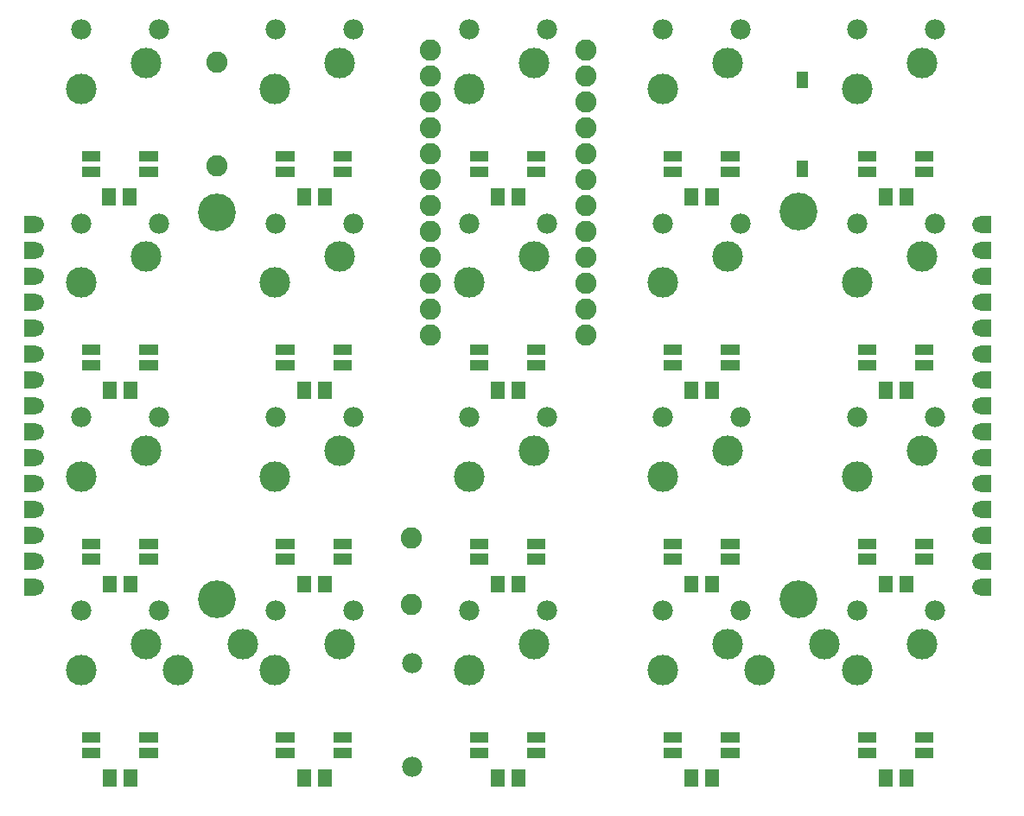
<source format=gbs>
G04 Layer: BottomSolderMaskLayer*
G04 EasyEDA v6.5.9, 2022-07-27 19:44:39*
G04 76ed2510ce1c47f1be3c58ea14bf5d85,facc937cdf584d0a9360c289f8e84b41,10*
G04 Gerber Generator version 0.2*
G04 Scale: 100 percent, Rotated: No, Reflected: No *
G04 Dimensions in millimeters *
G04 leading zeros omitted , absolute positions ,4 integer and 5 decimal *
%FSLAX45Y45*%
%MOMM*%

%ADD10C,1.6764*%
%ADD11C,1.9812*%
%ADD12C,2.0828*%
%ADD13C,2.0836*%
%ADD14C,3.0032*%
%ADD15C,2.0832*%
%ADD16C,3.0040*%
%ADD17C,3.7032*%
%ADD18C,0.0113*%

%LPD*%
G36*
X-9719310Y-6174486D02*
G01*
X-9719310Y-6006845D01*
X-9609328Y-6006845D01*
X-9609328Y-6174486D01*
G37*
G36*
X-9719310Y-5920486D02*
G01*
X-9719310Y-5752845D01*
X-9609328Y-5752845D01*
X-9609328Y-5920486D01*
G37*
G36*
X-9719310Y-5666486D02*
G01*
X-9719310Y-5498845D01*
X-9609328Y-5498845D01*
X-9609328Y-5666486D01*
G37*
G36*
X-9719310Y-6428486D02*
G01*
X-9719310Y-6260845D01*
X-9609328Y-6260845D01*
X-9609328Y-6428486D01*
G37*
G36*
X-9719310Y-5158486D02*
G01*
X-9719310Y-4990845D01*
X-9609328Y-4990845D01*
X-9609328Y-5158486D01*
G37*
G36*
X-9719310Y-5412486D02*
G01*
X-9719310Y-5244845D01*
X-9609328Y-5244845D01*
X-9609328Y-5412486D01*
G37*
G36*
X-9719563Y-4142486D02*
G01*
X-9719563Y-3974845D01*
X-9609328Y-3974845D01*
X-9609328Y-4142486D01*
G37*
G36*
X-9719563Y-4396486D02*
G01*
X-9719563Y-4228845D01*
X-9609328Y-4228845D01*
X-9609328Y-4396486D01*
G37*
G36*
X-9719563Y-4650486D02*
G01*
X-9719563Y-4482845D01*
X-9609328Y-4482845D01*
X-9609328Y-4650486D01*
G37*
G36*
X-9719563Y-4904486D02*
G01*
X-9719563Y-4736845D01*
X-9609328Y-4736845D01*
X-9609328Y-4904486D01*
G37*
G36*
X-9719310Y-3126486D02*
G01*
X-9719310Y-2958845D01*
X-9609328Y-2958845D01*
X-9609328Y-3126486D01*
G37*
G36*
X-9719310Y-3380486D02*
G01*
X-9719310Y-3212845D01*
X-9609328Y-3212845D01*
X-9609328Y-3380486D01*
G37*
G36*
X-9719310Y-3634486D02*
G01*
X-9719310Y-3466845D01*
X-9609328Y-3466845D01*
X-9609328Y-3634486D01*
G37*
G36*
X-9719310Y-3888486D02*
G01*
X-9719310Y-3720845D01*
X-9609328Y-3720845D01*
X-9609328Y-3888486D01*
G37*
G36*
X-9719310Y-2872486D02*
G01*
X-9719310Y-2704845D01*
X-9609328Y-2704845D01*
X-9609328Y-2872486D01*
G37*
D10*
G01*
X-9613519Y-6090665D03*
G01*
X-9613544Y-2788665D03*
G01*
X-9613544Y-3042665D03*
G01*
X-9613544Y-3296665D03*
G01*
X-9613544Y-3550665D03*
G01*
X-9613544Y-3804665D03*
G01*
X-9613544Y-4058640D03*
G01*
X-9613544Y-4312640D03*
G01*
X-9613544Y-4566640D03*
G01*
X-9613544Y-4820640D03*
G01*
X-9613519Y-5074665D03*
G01*
X-9613519Y-5328665D03*
G01*
X-9613519Y-5582665D03*
G01*
X-9613519Y-5836665D03*
G01*
X-9613544Y-6344665D03*
G36*
X-357378Y-3126994D02*
G01*
X-357378Y-2959354D01*
X-247142Y-2959354D01*
X-247142Y-3126994D01*
G37*
G36*
X-357378Y-3380994D02*
G01*
X-357378Y-3213354D01*
X-247142Y-3213354D01*
X-247142Y-3380994D01*
G37*
G36*
X-357378Y-3634994D02*
G01*
X-357378Y-3467354D01*
X-247142Y-3467354D01*
X-247142Y-3634994D01*
G37*
G36*
X-357378Y-2872994D02*
G01*
X-357378Y-2705354D01*
X-247142Y-2705354D01*
X-247142Y-2872994D01*
G37*
G36*
X-357378Y-4142994D02*
G01*
X-357378Y-3975354D01*
X-247142Y-3975354D01*
X-247142Y-4142994D01*
G37*
G36*
X-357378Y-3888994D02*
G01*
X-357378Y-3721354D01*
X-247142Y-3721354D01*
X-247142Y-3888994D01*
G37*
G36*
X-357378Y-5158994D02*
G01*
X-357378Y-4991607D01*
X-247142Y-4991607D01*
X-247142Y-5158994D01*
G37*
G36*
X-357378Y-4905247D02*
G01*
X-357378Y-4737607D01*
X-247142Y-4737607D01*
X-247142Y-4905247D01*
G37*
G36*
X-357378Y-4651247D02*
G01*
X-357378Y-4483607D01*
X-247142Y-4483607D01*
X-247142Y-4651247D01*
G37*
G36*
X-357378Y-4397247D02*
G01*
X-357378Y-4229607D01*
X-247142Y-4229607D01*
X-247142Y-4397247D01*
G37*
G36*
X-357378Y-6174994D02*
G01*
X-357378Y-6007354D01*
X-247142Y-6007354D01*
X-247142Y-6174994D01*
G37*
G36*
X-357378Y-5920994D02*
G01*
X-357378Y-5753354D01*
X-247142Y-5753354D01*
X-247142Y-5920994D01*
G37*
G36*
X-357378Y-5666994D02*
G01*
X-357378Y-5499354D01*
X-247142Y-5499354D01*
X-247142Y-5666994D01*
G37*
G36*
X-357378Y-5412994D02*
G01*
X-357378Y-5245354D01*
X-247142Y-5245354D01*
X-247142Y-5412994D01*
G37*
G36*
X-357378Y-6428994D02*
G01*
X-357378Y-6261354D01*
X-247142Y-6261354D01*
X-247142Y-6428994D01*
G37*
G01*
X-353034Y-6345275D03*
G01*
X-353034Y-6091275D03*
G01*
X-353034Y-5837275D03*
G01*
X-353034Y-5583275D03*
G01*
X-353034Y-5329275D03*
G01*
X-353034Y-5075301D03*
G01*
X-353034Y-4821301D03*
G01*
X-353034Y-4567301D03*
G01*
X-353034Y-4313301D03*
G01*
X-353060Y-4059275D03*
G01*
X-353060Y-3805275D03*
G01*
X-353060Y-3551275D03*
G01*
X-353060Y-3297275D03*
G01*
X-353060Y-3043275D03*
G01*
X-353034Y-2789275D03*
D11*
G01*
X-5924042Y-7088886D03*
G01*
X-5924042Y-8104886D03*
G36*
X-8958071Y-2599689D02*
G01*
X-8958071Y-2434336D01*
X-8821928Y-2434336D01*
X-8821928Y-2599689D01*
G37*
G36*
X-8754871Y-2599689D02*
G01*
X-8754871Y-2434336D01*
X-8618728Y-2434336D01*
X-8618728Y-2599689D01*
G37*
G36*
X-7049770Y-2599689D02*
G01*
X-7049770Y-2434336D01*
X-6913371Y-2434336D01*
X-6913371Y-2599689D01*
G37*
G36*
X-6846570Y-2599689D02*
G01*
X-6846570Y-2434336D01*
X-6710171Y-2434336D01*
X-6710171Y-2599689D01*
G37*
G36*
X-5149850Y-2599689D02*
G01*
X-5149850Y-2434336D01*
X-5013452Y-2434336D01*
X-5013452Y-2599689D01*
G37*
G36*
X-4946650Y-2599689D02*
G01*
X-4946650Y-2434336D01*
X-4810252Y-2434336D01*
X-4810252Y-2599689D01*
G37*
G36*
X-3249676Y-2599689D02*
G01*
X-3249676Y-2434336D01*
X-3113531Y-2434336D01*
X-3113531Y-2599689D01*
G37*
G36*
X-3046476Y-2599689D02*
G01*
X-3046476Y-2434336D01*
X-2910331Y-2434336D01*
X-2910331Y-2599689D01*
G37*
G36*
X-1349755Y-2599689D02*
G01*
X-1349755Y-2434336D01*
X-1213357Y-2434336D01*
X-1213357Y-2599689D01*
G37*
G36*
X-1146555Y-2599689D02*
G01*
X-1146555Y-2434336D01*
X-1010157Y-2434336D01*
X-1010157Y-2599689D01*
G37*
G36*
X-1349755Y-4499610D02*
G01*
X-1349755Y-4334255D01*
X-1213357Y-4334255D01*
X-1213357Y-4499610D01*
G37*
G36*
X-1146555Y-4499610D02*
G01*
X-1146555Y-4334255D01*
X-1010157Y-4334255D01*
X-1010157Y-4499610D01*
G37*
G36*
X-3249676Y-4499610D02*
G01*
X-3249676Y-4334255D01*
X-3113531Y-4334255D01*
X-3113531Y-4499610D01*
G37*
G36*
X-3046476Y-4499610D02*
G01*
X-3046476Y-4334255D01*
X-2910331Y-4334255D01*
X-2910331Y-4499610D01*
G37*
G36*
X-5149850Y-4499610D02*
G01*
X-5149850Y-4334255D01*
X-5013452Y-4334255D01*
X-5013452Y-4499610D01*
G37*
G36*
X-4946650Y-4499610D02*
G01*
X-4946650Y-4334255D01*
X-4810252Y-4334255D01*
X-4810252Y-4499610D01*
G37*
G36*
X-7048245Y-4499610D02*
G01*
X-7048245Y-4334255D01*
X-6911847Y-4334255D01*
X-6911847Y-4499610D01*
G37*
G36*
X-6845045Y-4499610D02*
G01*
X-6845045Y-4334255D01*
X-6708647Y-4334255D01*
X-6708647Y-4499610D01*
G37*
G36*
X-8949689Y-4499610D02*
G01*
X-8949689Y-4334255D01*
X-8813545Y-4334255D01*
X-8813545Y-4499610D01*
G37*
G36*
X-8746489Y-4499610D02*
G01*
X-8746489Y-4334255D01*
X-8610345Y-4334255D01*
X-8610345Y-4499610D01*
G37*
G36*
X-1349755Y-6399529D02*
G01*
X-1349755Y-6234429D01*
X-1213357Y-6234429D01*
X-1213357Y-6399529D01*
G37*
G36*
X-1146555Y-6399529D02*
G01*
X-1146555Y-6234429D01*
X-1010157Y-6234429D01*
X-1010157Y-6399529D01*
G37*
G36*
X-3249676Y-6399529D02*
G01*
X-3249676Y-6234429D01*
X-3113531Y-6234429D01*
X-3113531Y-6399529D01*
G37*
G36*
X-3046476Y-6399529D02*
G01*
X-3046476Y-6234429D01*
X-2910331Y-6234429D01*
X-2910331Y-6399529D01*
G37*
G36*
X-5149850Y-6399529D02*
G01*
X-5149850Y-6234429D01*
X-5013452Y-6234429D01*
X-5013452Y-6399529D01*
G37*
G36*
X-4946650Y-6399529D02*
G01*
X-4946650Y-6234429D01*
X-4810252Y-6234429D01*
X-4810252Y-6399529D01*
G37*
G36*
X-7049770Y-6399529D02*
G01*
X-7049770Y-6234429D01*
X-6913371Y-6234429D01*
X-6913371Y-6399529D01*
G37*
G36*
X-6846570Y-6399529D02*
G01*
X-6846570Y-6234429D01*
X-6710171Y-6234429D01*
X-6710171Y-6399529D01*
G37*
G36*
X-8949689Y-6399529D02*
G01*
X-8949689Y-6234429D01*
X-8813545Y-6234429D01*
X-8813545Y-6399529D01*
G37*
G36*
X-8746489Y-6399529D02*
G01*
X-8746489Y-6234429D01*
X-8610345Y-6234429D01*
X-8610345Y-6399529D01*
G37*
G36*
X-1349755Y-8299704D02*
G01*
X-1349755Y-8134350D01*
X-1213357Y-8134350D01*
X-1213357Y-8299704D01*
G37*
G36*
X-1146555Y-8299704D02*
G01*
X-1146555Y-8134350D01*
X-1010157Y-8134350D01*
X-1010157Y-8299704D01*
G37*
G36*
X-3249676Y-8299704D02*
G01*
X-3249676Y-8134350D01*
X-3113531Y-8134350D01*
X-3113531Y-8299704D01*
G37*
G36*
X-3046476Y-8299704D02*
G01*
X-3046476Y-8134350D01*
X-2910331Y-8134350D01*
X-2910331Y-8299704D01*
G37*
G36*
X-5149850Y-8299704D02*
G01*
X-5149850Y-8134350D01*
X-5013452Y-8134350D01*
X-5013452Y-8299704D01*
G37*
G36*
X-4946650Y-8299704D02*
G01*
X-4946650Y-8134350D01*
X-4810252Y-8134350D01*
X-4810252Y-8299704D01*
G37*
G36*
X-7049770Y-8299704D02*
G01*
X-7049770Y-8134350D01*
X-6913371Y-8134350D01*
X-6913371Y-8299704D01*
G37*
G36*
X-6846570Y-8299704D02*
G01*
X-6846570Y-8134350D01*
X-6710171Y-8134350D01*
X-6710171Y-8299704D01*
G37*
G36*
X-8949689Y-8299704D02*
G01*
X-8949689Y-8134350D01*
X-8813545Y-8134350D01*
X-8813545Y-8299704D01*
G37*
G36*
X-8746489Y-8299704D02*
G01*
X-8746489Y-8134350D01*
X-8610345Y-8134350D01*
X-8610345Y-8299704D01*
G37*
D12*
G01*
X-7829981Y-1199006D03*
G01*
X-7829981Y-2215006D03*
G36*
X-2155952Y-1451355D02*
G01*
X-2155952Y-1288795D01*
X-2044192Y-1288795D01*
X-2044192Y-1451355D01*
G37*
G36*
X-2155952Y-2326386D02*
G01*
X-2155952Y-2163826D01*
X-2044192Y-2163826D01*
X-2044192Y-2326386D01*
G37*
D13*
G01*
X-5742000Y-3873982D03*
G01*
X-5742000Y-3619982D03*
G01*
X-5742000Y-3365982D03*
G01*
X-5742000Y-3111982D03*
G01*
X-5742000Y-2857982D03*
G01*
X-5742000Y-2603982D03*
G01*
X-5742000Y-2349982D03*
G01*
X-5742000Y-2095982D03*
G01*
X-5742000Y-1841982D03*
G01*
X-5742000Y-1587982D03*
G01*
X-5742000Y-1333982D03*
G01*
X-5742000Y-1079982D03*
G01*
X-4218000Y-1079982D03*
G01*
X-4218000Y-1333982D03*
G01*
X-4218000Y-1587982D03*
G01*
X-4218000Y-1841982D03*
G01*
X-4218000Y-2095982D03*
G01*
X-4218000Y-2349982D03*
G01*
X-4218000Y-2603982D03*
G01*
X-4218000Y-2857982D03*
G01*
X-4218000Y-3111982D03*
G01*
X-4218000Y-3365982D03*
G01*
X-4218000Y-3619982D03*
G01*
X-4218000Y-3873982D03*
D11*
G01*
X-9159976Y-876985D03*
G01*
X-8397976Y-876985D03*
G01*
X-3461004Y-877011D03*
G01*
X-2699004Y-877011D03*
G01*
X-1561007Y-877011D03*
G01*
X-799007Y-877011D03*
G01*
X-1561007Y-2777007D03*
G01*
X-799007Y-2777007D03*
G01*
X-3461004Y-2777007D03*
G01*
X-2699004Y-2777007D03*
G01*
X-5361000Y-2777007D03*
G01*
X-4599000Y-2777007D03*
G01*
X-7260996Y-2777007D03*
G01*
X-6498996Y-2777007D03*
G01*
X-9160992Y-2777007D03*
G01*
X-8398992Y-2777007D03*
G01*
X-1561007Y-4677003D03*
G01*
X-799007Y-4677003D03*
G01*
X-3461004Y-4677003D03*
G01*
X-2699004Y-4677003D03*
G01*
X-5361000Y-4677003D03*
G01*
X-4599000Y-4677003D03*
G01*
X-7260996Y-4677003D03*
G01*
X-6498996Y-4677003D03*
G01*
X-9160992Y-4677003D03*
G01*
X-8398992Y-4677003D03*
G01*
X-1561007Y-6576999D03*
G01*
X-799007Y-6576999D03*
G01*
X-3461004Y-6576999D03*
G01*
X-2699004Y-6576999D03*
G01*
X-5361000Y-6576999D03*
G01*
X-4599000Y-6576999D03*
G01*
X-7260996Y-6576999D03*
G01*
X-6498996Y-6576999D03*
G01*
X-9160992Y-6576999D03*
G01*
X-8398992Y-6576999D03*
G01*
X-5361000Y-877011D03*
G01*
X-4599000Y-877011D03*
G01*
X-7260996Y-877011D03*
G01*
X-6498996Y-877011D03*
D14*
G01*
X-7577988Y-6905980D03*
G01*
X-8212988Y-7159980D03*
G01*
X-1878990Y-6905980D03*
G01*
X-2513990Y-7159980D03*
D15*
G01*
X-5926988Y-6516115D03*
G01*
X-5926988Y-5865876D03*
G36*
X-8593328Y-2322068D02*
G01*
X-8593328Y-2219705D01*
X-8412987Y-2219705D01*
X-8412987Y-2322068D01*
G37*
G36*
X-9154668Y-2322068D02*
G01*
X-9154668Y-2219705D01*
X-8974328Y-2219705D01*
X-8974328Y-2322068D01*
G37*
G36*
X-9154668Y-2171954D02*
G01*
X-9154668Y-2069592D01*
X-8974328Y-2069592D01*
X-8974328Y-2171954D01*
G37*
G36*
X-8593328Y-2171954D02*
G01*
X-8593328Y-2069592D01*
X-8412987Y-2069592D01*
X-8412987Y-2171954D01*
G37*
D16*
G01*
X-9163507Y-1460449D03*
G01*
X-8528507Y-1206449D03*
G36*
X-6693408Y-2322068D02*
G01*
X-6693408Y-2219705D01*
X-6512813Y-2219705D01*
X-6512813Y-2322068D01*
G37*
G36*
X-7254747Y-2322068D02*
G01*
X-7254747Y-2219705D01*
X-7074154Y-2219705D01*
X-7074154Y-2322068D01*
G37*
G36*
X-7254747Y-2171954D02*
G01*
X-7254747Y-2069592D01*
X-7074154Y-2069592D01*
X-7074154Y-2171954D01*
G37*
G36*
X-6693408Y-2171954D02*
G01*
X-6693408Y-2069592D01*
X-6512813Y-2069592D01*
X-6512813Y-2171954D01*
G37*
G01*
X-7263511Y-1460449D03*
G01*
X-6628511Y-1206449D03*
G36*
X-4793234Y-2322068D02*
G01*
X-4793234Y-2219705D01*
X-4612894Y-2219705D01*
X-4612894Y-2322068D01*
G37*
G36*
X-5354573Y-2322068D02*
G01*
X-5354573Y-2219705D01*
X-5174234Y-2219705D01*
X-5174234Y-2322068D01*
G37*
G36*
X-5354573Y-2171954D02*
G01*
X-5354573Y-2069592D01*
X-5174234Y-2069592D01*
X-5174234Y-2171954D01*
G37*
G36*
X-4793234Y-2171954D02*
G01*
X-4793234Y-2069592D01*
X-4612894Y-2069592D01*
X-4612894Y-2171954D01*
G37*
G01*
X-5363514Y-1460449D03*
G01*
X-4728514Y-1206449D03*
G36*
X-2893313Y-2322068D02*
G01*
X-2893313Y-2219705D01*
X-2712973Y-2219705D01*
X-2712973Y-2322068D01*
G37*
G36*
X-3454654Y-2322068D02*
G01*
X-3454654Y-2219705D01*
X-3274313Y-2219705D01*
X-3274313Y-2322068D01*
G37*
G36*
X-3454654Y-2171954D02*
G01*
X-3454654Y-2069592D01*
X-3274313Y-2069592D01*
X-3274313Y-2171954D01*
G37*
G36*
X-2893313Y-2171954D02*
G01*
X-2893313Y-2069592D01*
X-2712973Y-2069592D01*
X-2712973Y-2171954D01*
G37*
G01*
X-3463518Y-1460449D03*
G01*
X-2828518Y-1206449D03*
G36*
X-993394Y-2322068D02*
G01*
X-993394Y-2219705D01*
X-812800Y-2219705D01*
X-812800Y-2322068D01*
G37*
G36*
X-1554734Y-2322068D02*
G01*
X-1554734Y-2219705D01*
X-1374394Y-2219705D01*
X-1374394Y-2322068D01*
G37*
G36*
X-1554734Y-2171954D02*
G01*
X-1554734Y-2069592D01*
X-1374394Y-2069592D01*
X-1374394Y-2171954D01*
G37*
G36*
X-993394Y-2171954D02*
G01*
X-993394Y-2069592D01*
X-812800Y-2069592D01*
X-812800Y-2171954D01*
G37*
G01*
X-1563522Y-1460449D03*
G01*
X-928522Y-1206449D03*
G36*
X-993394Y-4221987D02*
G01*
X-993394Y-4119626D01*
X-812800Y-4119626D01*
X-812800Y-4221987D01*
G37*
G36*
X-1554734Y-4221987D02*
G01*
X-1554734Y-4119626D01*
X-1374394Y-4119626D01*
X-1374394Y-4221987D01*
G37*
G36*
X-1554734Y-4072128D02*
G01*
X-1554734Y-3969765D01*
X-1374394Y-3969765D01*
X-1374394Y-4072128D01*
G37*
G36*
X-993394Y-4072128D02*
G01*
X-993394Y-3969765D01*
X-812800Y-3969765D01*
X-812800Y-4072128D01*
G37*
G01*
X-1563522Y-3360445D03*
G01*
X-928522Y-3106445D03*
G36*
X-2893313Y-4221987D02*
G01*
X-2893313Y-4119626D01*
X-2712973Y-4119626D01*
X-2712973Y-4221987D01*
G37*
G36*
X-3454654Y-4221987D02*
G01*
X-3454654Y-4119626D01*
X-3274313Y-4119626D01*
X-3274313Y-4221987D01*
G37*
G36*
X-3454654Y-4072128D02*
G01*
X-3454654Y-3969765D01*
X-3274313Y-3969765D01*
X-3274313Y-4072128D01*
G37*
G36*
X-2893313Y-4072128D02*
G01*
X-2893313Y-3969765D01*
X-2712973Y-3969765D01*
X-2712973Y-4072128D01*
G37*
G01*
X-3463518Y-3360445D03*
G01*
X-2828518Y-3106445D03*
G36*
X-4793234Y-4221987D02*
G01*
X-4793234Y-4119626D01*
X-4612894Y-4119626D01*
X-4612894Y-4221987D01*
G37*
G36*
X-5354573Y-4221987D02*
G01*
X-5354573Y-4119626D01*
X-5174234Y-4119626D01*
X-5174234Y-4221987D01*
G37*
G36*
X-5354573Y-4072128D02*
G01*
X-5354573Y-3969765D01*
X-5174234Y-3969765D01*
X-5174234Y-4072128D01*
G37*
G36*
X-4793234Y-4072128D02*
G01*
X-4793234Y-3969765D01*
X-4612894Y-3969765D01*
X-4612894Y-4072128D01*
G37*
G01*
X-5363514Y-3360445D03*
G01*
X-4728514Y-3106445D03*
G36*
X-6693408Y-4221987D02*
G01*
X-6693408Y-4119626D01*
X-6512813Y-4119626D01*
X-6512813Y-4221987D01*
G37*
G36*
X-7254747Y-4221987D02*
G01*
X-7254747Y-4119626D01*
X-7074154Y-4119626D01*
X-7074154Y-4221987D01*
G37*
G36*
X-7254747Y-4072128D02*
G01*
X-7254747Y-3969765D01*
X-7074154Y-3969765D01*
X-7074154Y-4072128D01*
G37*
G36*
X-6693408Y-4072128D02*
G01*
X-6693408Y-3969765D01*
X-6512813Y-3969765D01*
X-6512813Y-4072128D01*
G37*
G01*
X-7263511Y-3360445D03*
G01*
X-6628511Y-3106445D03*
G36*
X-8593328Y-4221987D02*
G01*
X-8593328Y-4119626D01*
X-8412987Y-4119626D01*
X-8412987Y-4221987D01*
G37*
G36*
X-9154668Y-4221987D02*
G01*
X-9154668Y-4119626D01*
X-8974328Y-4119626D01*
X-8974328Y-4221987D01*
G37*
G36*
X-9154668Y-4072128D02*
G01*
X-9154668Y-3969765D01*
X-8974328Y-3969765D01*
X-8974328Y-4072128D01*
G37*
G36*
X-8593328Y-4072128D02*
G01*
X-8593328Y-3969765D01*
X-8412987Y-3969765D01*
X-8412987Y-4072128D01*
G37*
G01*
X-9163507Y-3360445D03*
G01*
X-8528507Y-3106445D03*
G36*
X-993394Y-6122162D02*
G01*
X-993394Y-6019545D01*
X-812800Y-6019545D01*
X-812800Y-6122162D01*
G37*
G36*
X-1554734Y-6122162D02*
G01*
X-1554734Y-6019545D01*
X-1374394Y-6019545D01*
X-1374394Y-6122162D01*
G37*
G36*
X-1554734Y-5972047D02*
G01*
X-1554734Y-5869686D01*
X-1374394Y-5869686D01*
X-1374394Y-5972047D01*
G37*
G36*
X-993394Y-5972047D02*
G01*
X-993394Y-5869686D01*
X-812800Y-5869686D01*
X-812800Y-5972047D01*
G37*
G01*
X-1563522Y-5260441D03*
G01*
X-928522Y-5006441D03*
G36*
X-2893313Y-6122162D02*
G01*
X-2893313Y-6019545D01*
X-2712973Y-6019545D01*
X-2712973Y-6122162D01*
G37*
G36*
X-3454654Y-6122162D02*
G01*
X-3454654Y-6019545D01*
X-3274313Y-6019545D01*
X-3274313Y-6122162D01*
G37*
G36*
X-3454654Y-5972047D02*
G01*
X-3454654Y-5869686D01*
X-3274313Y-5869686D01*
X-3274313Y-5972047D01*
G37*
G36*
X-2893313Y-5972047D02*
G01*
X-2893313Y-5869686D01*
X-2712973Y-5869686D01*
X-2712973Y-5972047D01*
G37*
G01*
X-3463518Y-5260441D03*
G01*
X-2828518Y-5006441D03*
G36*
X-4793234Y-6122162D02*
G01*
X-4793234Y-6019545D01*
X-4612894Y-6019545D01*
X-4612894Y-6122162D01*
G37*
G36*
X-5354573Y-6122162D02*
G01*
X-5354573Y-6019545D01*
X-5174234Y-6019545D01*
X-5174234Y-6122162D01*
G37*
G36*
X-5354573Y-5972047D02*
G01*
X-5354573Y-5869686D01*
X-5174234Y-5869686D01*
X-5174234Y-5972047D01*
G37*
G36*
X-4793234Y-5972047D02*
G01*
X-4793234Y-5869686D01*
X-4612894Y-5869686D01*
X-4612894Y-5972047D01*
G37*
G01*
X-5363514Y-5260441D03*
G01*
X-4728514Y-5006441D03*
G36*
X-6693408Y-6122162D02*
G01*
X-6693408Y-6019545D01*
X-6512813Y-6019545D01*
X-6512813Y-6122162D01*
G37*
G36*
X-7254747Y-6122162D02*
G01*
X-7254747Y-6019545D01*
X-7074154Y-6019545D01*
X-7074154Y-6122162D01*
G37*
G36*
X-7254747Y-5972047D02*
G01*
X-7254747Y-5869686D01*
X-7074154Y-5869686D01*
X-7074154Y-5972047D01*
G37*
G36*
X-6693408Y-5972047D02*
G01*
X-6693408Y-5869686D01*
X-6512813Y-5869686D01*
X-6512813Y-5972047D01*
G37*
G01*
X-7263511Y-5260441D03*
G01*
X-6628511Y-5006441D03*
G36*
X-8593328Y-6122162D02*
G01*
X-8593328Y-6019545D01*
X-8412987Y-6019545D01*
X-8412987Y-6122162D01*
G37*
G36*
X-9154668Y-6122162D02*
G01*
X-9154668Y-6019545D01*
X-8974328Y-6019545D01*
X-8974328Y-6122162D01*
G37*
G36*
X-9154668Y-5972047D02*
G01*
X-9154668Y-5869686D01*
X-8974328Y-5869686D01*
X-8974328Y-5972047D01*
G37*
G36*
X-8593328Y-5972047D02*
G01*
X-8593328Y-5869686D01*
X-8412987Y-5869686D01*
X-8412987Y-5972047D01*
G37*
G01*
X-9163507Y-5260441D03*
G01*
X-8528507Y-5006441D03*
G36*
X-993394Y-8022081D02*
G01*
X-993394Y-7919720D01*
X-812800Y-7919720D01*
X-812800Y-8022081D01*
G37*
G36*
X-1554734Y-8022081D02*
G01*
X-1554734Y-7919720D01*
X-1374394Y-7919720D01*
X-1374394Y-8022081D01*
G37*
G36*
X-1554734Y-7871968D02*
G01*
X-1554734Y-7769605D01*
X-1374394Y-7769605D01*
X-1374394Y-7871968D01*
G37*
G36*
X-993394Y-7871968D02*
G01*
X-993394Y-7769605D01*
X-812800Y-7769605D01*
X-812800Y-7871968D01*
G37*
G01*
X-1563522Y-7160437D03*
G01*
X-928522Y-6906437D03*
G36*
X-2893313Y-8022081D02*
G01*
X-2893313Y-7919720D01*
X-2712973Y-7919720D01*
X-2712973Y-8022081D01*
G37*
G36*
X-3454654Y-8022081D02*
G01*
X-3454654Y-7919720D01*
X-3274313Y-7919720D01*
X-3274313Y-8022081D01*
G37*
G36*
X-3454654Y-7871968D02*
G01*
X-3454654Y-7769605D01*
X-3274313Y-7769605D01*
X-3274313Y-7871968D01*
G37*
G36*
X-2893313Y-7871968D02*
G01*
X-2893313Y-7769605D01*
X-2712973Y-7769605D01*
X-2712973Y-7871968D01*
G37*
G01*
X-3463518Y-7160437D03*
G01*
X-2828518Y-6906437D03*
G36*
X-4793234Y-8022081D02*
G01*
X-4793234Y-7919720D01*
X-4612894Y-7919720D01*
X-4612894Y-8022081D01*
G37*
G36*
X-5354573Y-8022081D02*
G01*
X-5354573Y-7919720D01*
X-5174234Y-7919720D01*
X-5174234Y-8022081D01*
G37*
G36*
X-5354573Y-7871968D02*
G01*
X-5354573Y-7769605D01*
X-5174234Y-7769605D01*
X-5174234Y-7871968D01*
G37*
G36*
X-4793234Y-7871968D02*
G01*
X-4793234Y-7769605D01*
X-4612894Y-7769605D01*
X-4612894Y-7871968D01*
G37*
G01*
X-5363514Y-7160437D03*
G01*
X-4728514Y-6906437D03*
G36*
X-6693408Y-8022081D02*
G01*
X-6693408Y-7919720D01*
X-6512813Y-7919720D01*
X-6512813Y-8022081D01*
G37*
G36*
X-7254747Y-8022081D02*
G01*
X-7254747Y-7919720D01*
X-7074154Y-7919720D01*
X-7074154Y-8022081D01*
G37*
G36*
X-7254747Y-7871968D02*
G01*
X-7254747Y-7769605D01*
X-7074154Y-7769605D01*
X-7074154Y-7871968D01*
G37*
G36*
X-6693408Y-7871968D02*
G01*
X-6693408Y-7769605D01*
X-6512813Y-7769605D01*
X-6512813Y-7871968D01*
G37*
G01*
X-7263511Y-7160437D03*
G01*
X-6628511Y-6906437D03*
G36*
X-8593328Y-8022081D02*
G01*
X-8593328Y-7919720D01*
X-8412987Y-7919720D01*
X-8412987Y-8022081D01*
G37*
G36*
X-9154668Y-8022081D02*
G01*
X-9154668Y-7919720D01*
X-8974328Y-7919720D01*
X-8974328Y-8022081D01*
G37*
G36*
X-9154668Y-7871968D02*
G01*
X-9154668Y-7769605D01*
X-8974328Y-7769605D01*
X-8974328Y-7871968D01*
G37*
G36*
X-8593328Y-7871968D02*
G01*
X-8593328Y-7769605D01*
X-8412987Y-7769605D01*
X-8412987Y-7871968D01*
G37*
G01*
X-9163507Y-7160437D03*
G01*
X-8528507Y-6906437D03*
D17*
G01*
X-7829981Y-2667000D03*
G01*
X-2132507Y-2664485D03*
G01*
X-2132507Y-6464477D03*
G01*
X-7836382Y-6464477D03*
M02*

</source>
